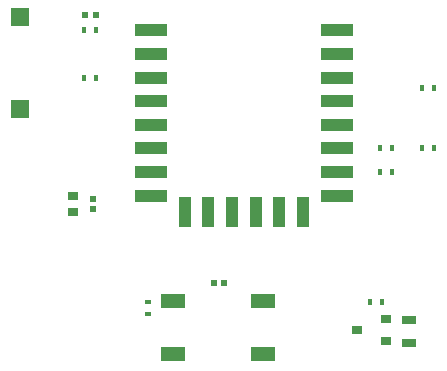
<source format=gtp>
G04 Layer_Color=8421504*
%FSTAX24Y24*%
%MOIN*%
G70*
G01*
G75*
%ADD10R,0.0787X0.0512*%
%ADD11R,0.0217X0.0177*%
%ADD12R,0.0217X0.0201*%
%ADD13R,0.0201X0.0217*%
%ADD14R,0.0374X0.0295*%
%ADD15R,0.0177X0.0217*%
%ADD16R,0.0394X0.0984*%
%ADD17R,0.1063X0.0394*%
%ADD18R,0.0591X0.0591*%
%ADD19R,0.0374X0.0276*%
%ADD20R,0.0512X0.0295*%
D10*
X036417Y029744D02*
D03*
X033425D02*
D03*
X036417Y031516D02*
D03*
X033425Y031516D02*
D03*
D11*
X032598Y031102D02*
D03*
Y031496D02*
D03*
D12*
X035138Y032126D02*
D03*
X034783D02*
D03*
X030846Y041063D02*
D03*
X030492D02*
D03*
D13*
X030748Y034587D02*
D03*
Y034941D02*
D03*
D14*
X030079Y034498D02*
D03*
Y03503D02*
D03*
D15*
X041732Y038622D02*
D03*
X042126D02*
D03*
X040709Y036614D02*
D03*
X040315D02*
D03*
X041732D02*
D03*
X042126D02*
D03*
X040315Y035827D02*
D03*
X040709D02*
D03*
X030472Y038976D02*
D03*
X030866D02*
D03*
X030472Y040551D02*
D03*
X030866D02*
D03*
X040394Y031496D02*
D03*
X04D02*
D03*
D16*
X037756Y034488D02*
D03*
X036969D02*
D03*
X036181D02*
D03*
X035394D02*
D03*
X034606D02*
D03*
X033819D02*
D03*
D17*
X032677Y035039D02*
D03*
Y035827D02*
D03*
Y036614D02*
D03*
Y037402D02*
D03*
Y038189D02*
D03*
Y038976D02*
D03*
Y039764D02*
D03*
Y040551D02*
D03*
X038898Y035039D02*
D03*
Y035827D02*
D03*
Y036614D02*
D03*
Y037402D02*
D03*
Y038189D02*
D03*
Y038976D02*
D03*
Y039764D02*
D03*
Y040551D02*
D03*
D18*
X028307Y040984D02*
D03*
Y037913D02*
D03*
D19*
X040522Y030177D02*
D03*
Y030925D02*
D03*
X039557Y030551D02*
D03*
D20*
X041299Y030906D02*
D03*
Y030118D02*
D03*
M02*

</source>
